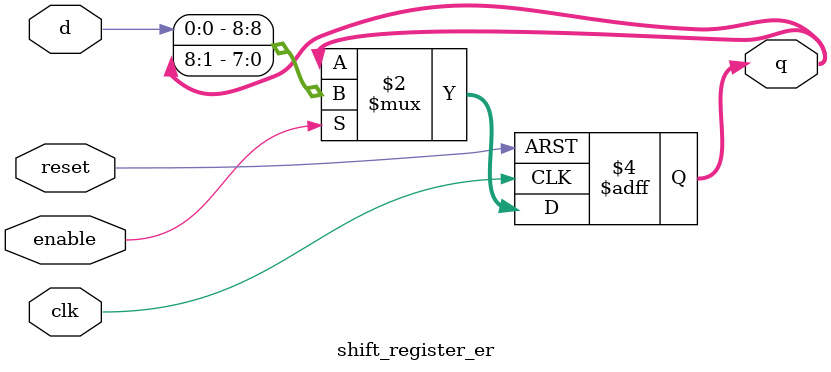
<source format=v>
`timescale 1ns / 1ps
module shift_register_er(
    input clk,
    input reset,
    input enable,
    input d,
    output reg [8:0] q
    );


always @(posedge reset, posedge clk)
	begin
		if (reset)
			q <= 0;
		else
			if (enable)
				q[8:0]<= {d,q[8:1]};
	end
	

endmodule

</source>
